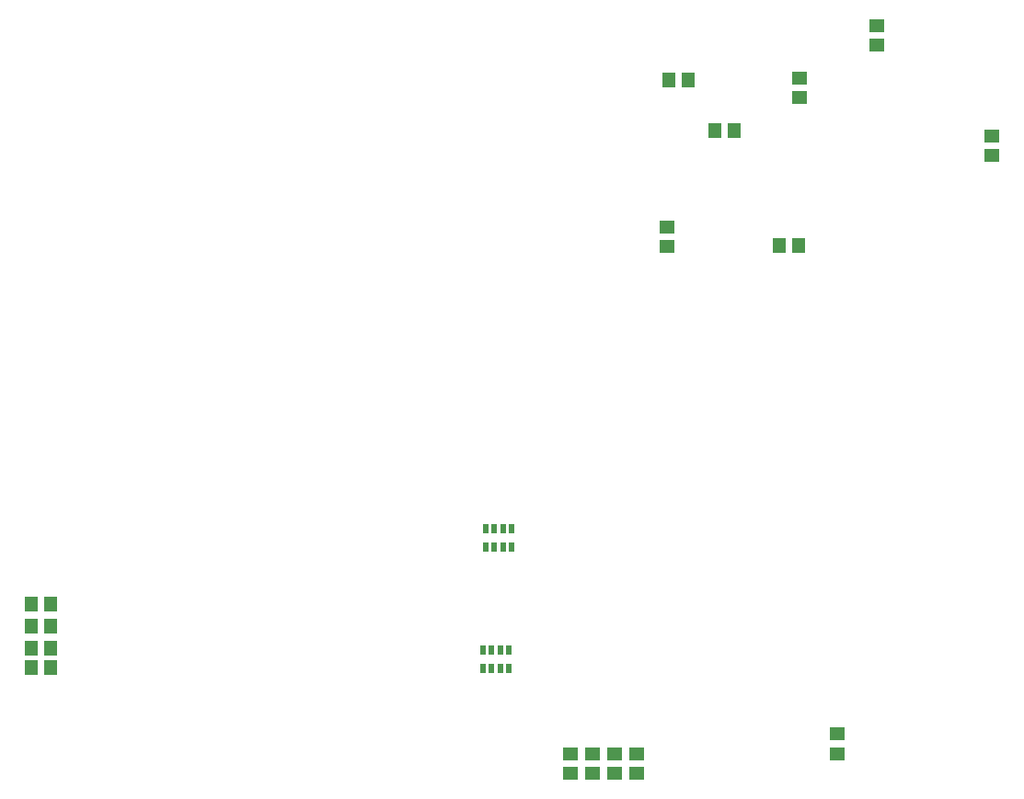
<source format=gbp>
%FSLAX25Y25*%
%MOIN*%
G70*
G01*
G75*
G04 Layer_Color=128*
%ADD10R,0.09449X0.07087*%
%ADD11O,0.02756X0.09843*%
%ADD12R,0.03937X0.11417*%
%ADD13R,0.40945X0.31496*%
%ADD14R,0.05512X0.04724*%
%ADD15R,0.04724X0.05512*%
%ADD16R,0.21654X0.23228*%
%ADD17R,0.03543X0.07087*%
%ADD18R,0.04528X0.02362*%
%ADD19R,0.06693X0.06693*%
%ADD20R,0.09252X0.20276*%
%ADD21R,0.07992X0.08976*%
%ADD22R,0.09843X0.05512*%
%ADD23R,0.06693X0.06693*%
%ADD24R,0.19685X0.31496*%
%ADD25R,0.09449X0.03937*%
%ADD26R,0.09449X0.12992*%
%ADD27R,0.08465X0.11221*%
G04:AMPARAMS|DCode=28|XSize=11.81mil|YSize=59.06mil|CornerRadius=2.95mil|HoleSize=0mil|Usage=FLASHONLY|Rotation=90.000|XOffset=0mil|YOffset=0mil|HoleType=Round|Shape=RoundedRectangle|*
%AMROUNDEDRECTD28*
21,1,0.01181,0.05315,0,0,90.0*
21,1,0.00591,0.05906,0,0,90.0*
1,1,0.00591,0.02658,0.00295*
1,1,0.00591,0.02658,-0.00295*
1,1,0.00591,-0.02658,-0.00295*
1,1,0.00591,-0.02658,0.00295*
%
%ADD28ROUNDEDRECTD28*%
G04:AMPARAMS|DCode=29|XSize=11.81mil|YSize=59.06mil|CornerRadius=2.95mil|HoleSize=0mil|Usage=FLASHONLY|Rotation=180.000|XOffset=0mil|YOffset=0mil|HoleType=Round|Shape=RoundedRectangle|*
%AMROUNDEDRECTD29*
21,1,0.01181,0.05315,0,0,180.0*
21,1,0.00591,0.05906,0,0,180.0*
1,1,0.00591,-0.00295,0.02658*
1,1,0.00591,0.00295,0.02658*
1,1,0.00591,0.00295,-0.02658*
1,1,0.00591,-0.00295,-0.02658*
%
%ADD29ROUNDEDRECTD29*%
%ADD30R,0.07874X0.03150*%
%ADD31R,0.07874X0.02992*%
%ADD32O,0.06102X0.00984*%
%ADD33O,0.00984X0.06102*%
%ADD34O,0.08858X0.02362*%
%ADD35O,0.09843X0.02756*%
%ADD36R,0.07284X0.16339*%
%ADD37R,0.02362X0.04528*%
%ADD38R,0.20276X0.09252*%
G04:AMPARAMS|DCode=39|XSize=25.59mil|YSize=64.96mil|CornerRadius=1.92mil|HoleSize=0mil|Usage=FLASHONLY|Rotation=0.000|XOffset=0mil|YOffset=0mil|HoleType=Round|Shape=RoundedRectangle|*
%AMROUNDEDRECTD39*
21,1,0.02559,0.06112,0,0,0.0*
21,1,0.02175,0.06496,0,0,0.0*
1,1,0.00384,0.01088,-0.03056*
1,1,0.00384,-0.01088,-0.03056*
1,1,0.00384,-0.01088,0.03056*
1,1,0.00384,0.01088,0.03056*
%
%ADD39ROUNDEDRECTD39*%
%ADD40C,0.01000*%
%ADD41C,0.04000*%
%ADD42C,0.02000*%
%ADD43C,0.10000*%
%ADD44C,0.12000*%
%ADD45C,0.07874*%
%ADD46O,0.07874X0.03937*%
%ADD47O,0.07874X0.03937*%
%ADD48C,0.10000*%
%ADD49C,0.05906*%
%ADD50R,0.05906X0.05906*%
%ADD51C,0.06299*%
%ADD52C,0.11000*%
%ADD53C,0.15748*%
%ADD54R,0.07284X0.07284*%
%ADD55C,0.07284*%
%ADD56R,0.07874X0.07874*%
%ADD57C,0.11811*%
%ADD58C,0.01500*%
%ADD59C,0.01600*%
%ADD60C,0.03500*%
%ADD61C,0.06000*%
%ADD62C,0.03000*%
%ADD63C,0.07000*%
%ADD64R,0.02165X0.03543*%
%ADD65C,0.00984*%
%ADD66C,0.00787*%
%ADD67C,0.01969*%
%ADD68C,0.02362*%
%ADD69C,0.00800*%
%ADD70C,0.00600*%
%ADD71R,0.10249X0.07887*%
%ADD72O,0.03556X0.10642*%
%ADD73R,0.04737X0.12217*%
%ADD74R,0.41745X0.32296*%
%ADD75R,0.06312X0.05524*%
%ADD76R,0.05524X0.06312*%
%ADD77R,0.22453X0.24028*%
%ADD78R,0.04343X0.07887*%
%ADD79R,0.05328X0.03162*%
%ADD80R,0.07493X0.07493*%
%ADD81R,0.10052X0.21076*%
%ADD82R,0.08792X0.09776*%
%ADD83R,0.10642X0.06312*%
%ADD84R,0.07493X0.07493*%
%ADD85R,0.20485X0.32296*%
%ADD86R,0.10249X0.04737*%
%ADD87R,0.10249X0.13792*%
%ADD88R,0.09265X0.12020*%
G04:AMPARAMS|DCode=89|XSize=19.81mil|YSize=67.06mil|CornerRadius=6.95mil|HoleSize=0mil|Usage=FLASHONLY|Rotation=90.000|XOffset=0mil|YOffset=0mil|HoleType=Round|Shape=RoundedRectangle|*
%AMROUNDEDRECTD89*
21,1,0.01981,0.05315,0,0,90.0*
21,1,0.00591,0.06706,0,0,90.0*
1,1,0.01391,0.02658,0.00295*
1,1,0.01391,0.02658,-0.00295*
1,1,0.01391,-0.02658,-0.00295*
1,1,0.01391,-0.02658,0.00295*
%
%ADD89ROUNDEDRECTD89*%
G04:AMPARAMS|DCode=90|XSize=19.81mil|YSize=67.06mil|CornerRadius=6.95mil|HoleSize=0mil|Usage=FLASHONLY|Rotation=180.000|XOffset=0mil|YOffset=0mil|HoleType=Round|Shape=RoundedRectangle|*
%AMROUNDEDRECTD90*
21,1,0.01981,0.05315,0,0,180.0*
21,1,0.00591,0.06706,0,0,180.0*
1,1,0.01391,-0.00295,0.02658*
1,1,0.01391,0.00295,0.02658*
1,1,0.01391,0.00295,-0.02658*
1,1,0.01391,-0.00295,-0.02658*
%
%ADD90ROUNDEDRECTD90*%
%ADD91R,0.08674X0.03950*%
%ADD92R,0.08674X0.03792*%
%ADD93O,0.06902X0.01784*%
%ADD94O,0.01784X0.06902*%
%ADD95O,0.09658X0.03162*%
%ADD96O,0.10642X0.03556*%
%ADD97R,0.08083X0.17139*%
%ADD98R,0.03162X0.05328*%
%ADD99R,0.21076X0.10052*%
G04:AMPARAMS|DCode=100|XSize=33.59mil|YSize=72.96mil|CornerRadius=5.92mil|HoleSize=0mil|Usage=FLASHONLY|Rotation=0.000|XOffset=0mil|YOffset=0mil|HoleType=Round|Shape=RoundedRectangle|*
%AMROUNDEDRECTD100*
21,1,0.03359,0.06112,0,0,0.0*
21,1,0.02175,0.07296,0,0,0.0*
1,1,0.01184,0.01088,-0.03056*
1,1,0.01184,-0.01088,-0.03056*
1,1,0.01184,-0.01088,0.03056*
1,1,0.01184,0.01088,0.03056*
%
%ADD100ROUNDEDRECTD100*%
%ADD101C,0.08674*%
%ADD102O,0.08674X0.04737*%
%ADD103O,0.08674X0.04737*%
%ADD104C,0.10800*%
%ADD105C,0.06706*%
%ADD106R,0.06706X0.06706*%
%ADD107C,0.07099*%
%ADD108C,0.11800*%
%ADD109C,0.16548*%
%ADD110R,0.08083X0.08083*%
%ADD111C,0.08083*%
%ADD112R,0.08674X0.08674*%
%ADD113C,0.12611*%
%ADD114R,0.02965X0.04343*%
D14*
X321000Y-59543D02*
D03*
Y-52457D02*
D03*
X273000Y-106457D02*
D03*
Y-113543D02*
D03*
X334600Y-290257D02*
D03*
Y-297343D02*
D03*
X349000Y-40543D02*
D03*
Y-33457D02*
D03*
X390600Y-73457D02*
D03*
Y-80543D02*
D03*
X238000Y-304543D02*
D03*
Y-297457D02*
D03*
X246000Y-304543D02*
D03*
Y-297457D02*
D03*
X254000Y-304543D02*
D03*
Y-297457D02*
D03*
X262000Y-304543D02*
D03*
Y-297457D02*
D03*
D15*
X280543Y-53000D02*
D03*
X273457D02*
D03*
X313457Y-113000D02*
D03*
X320543D02*
D03*
X297343Y-71400D02*
D03*
X290257D02*
D03*
X49543Y-266000D02*
D03*
X42457D02*
D03*
X49543Y-259000D02*
D03*
X42457D02*
D03*
X49543Y-251000D02*
D03*
X42457D02*
D03*
X49543Y-243000D02*
D03*
X42457D02*
D03*
D64*
X206276Y-259653D02*
D03*
X209425D02*
D03*
X212575D02*
D03*
X215724D02*
D03*
X206276Y-266347D02*
D03*
X209425D02*
D03*
X212575D02*
D03*
X215724D02*
D03*
X207276Y-215653D02*
D03*
X210425D02*
D03*
X213575D02*
D03*
X216724D02*
D03*
X207276Y-222346D02*
D03*
X210425D02*
D03*
X213575D02*
D03*
X216724D02*
D03*
M02*

</source>
